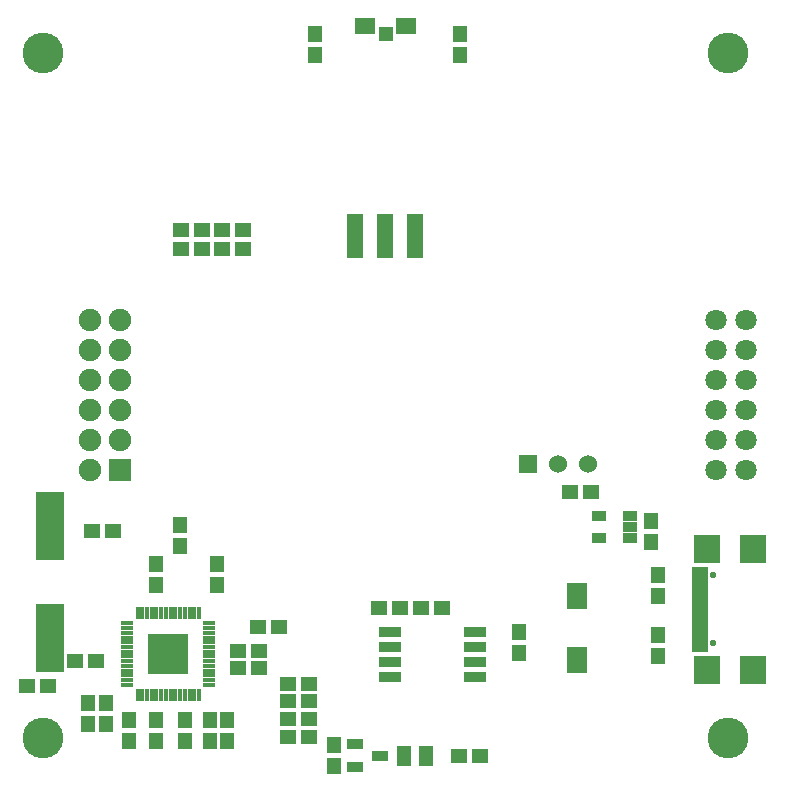
<source format=gbr>
G04 DesignSpark PCB PRO Gerber Version 10.0 Build 5299*
G04 #@! TF.Part,Single*
G04 #@! TF.FileFunction,Soldermask,Top*
G04 #@! TF.FilePolarity,Negative*
%FSLAX35Y35*%
%MOIN*%
G04 #@! TA.AperFunction,SMDPad,CuDef*
%ADD99R,0.01787X0.04346*%
%ADD105R,0.04740X0.07102*%
%ADD98R,0.04937X0.05291*%
%ADD106R,0.05331X0.14780*%
%ADD103R,0.06906X0.08874*%
%ADD110R,0.08874X0.09583*%
%ADD104R,0.09268X0.23047*%
%ADD97R,0.04543X0.04543*%
G04 #@! TA.AperFunction,ComponentPad*
%ADD112R,0.06020X0.06020*%
%ADD93R,0.07496X0.07496*%
G04 #@! TA.AperFunction,SMDPad,CuDef*
%ADD101R,0.13598X0.13598*%
G04 #@! TA.AperFunction,ComponentPad*
%ADD109C,0.02280*%
%ADD113C,0.06020*%
%ADD92C,0.07102*%
%ADD94C,0.07496*%
G04 #@! TA.AperFunction,SMDPad,CuDef*
%ADD100R,0.04346X0.01787*%
%ADD108R,0.05528X0.02181*%
%ADD111R,0.05134X0.03362*%
%ADD107R,0.05724X0.03559*%
%ADD102R,0.07496X0.03559*%
G04 #@! TA.AperFunction,WasherPad*
%ADD91C,0.13598*%
G04 #@! TA.AperFunction,SMDPad,CuDef*
%ADD95R,0.05291X0.04937*%
%ADD96R,0.06906X0.05331*%
G04 #@! TD.AperFunction*
X0Y0D02*
D02*
D91*
X35683Y24016D03*
Y252362D03*
X264030Y24016D03*
Y252362D03*
D02*
D92*
X259935Y113189D03*
Y123189D03*
Y133189D03*
Y143189D03*
Y153189D03*
Y163189D03*
X269935Y113189D03*
Y123189D03*
Y133189D03*
Y143189D03*
Y153189D03*
Y163189D03*
D02*
D93*
X61274Y113189D03*
D02*
D94*
X51274D03*
Y123189D03*
Y133189D03*
Y143189D03*
Y153189D03*
Y163189D03*
X61274Y123189D03*
Y133189D03*
Y143189D03*
Y153189D03*
Y163189D03*
D02*
D95*
X30215Y41339D03*
X37215D03*
X46356Y49606D03*
X51868Y92913D03*
X53356Y49606D03*
X58868Y92913D03*
X81789Y187008D03*
Y193307D03*
X88789Y187008D03*
Y193307D03*
X95175Y187008D03*
Y193307D03*
X100687Y47244D03*
Y53150D03*
X102175Y187008D03*
Y193307D03*
X107380Y61024D03*
X107687Y47244D03*
Y53150D03*
X114380Y61024D03*
X117222Y24409D03*
Y30315D03*
Y36220D03*
Y42126D03*
X124222Y24409D03*
Y30315D03*
Y36220D03*
Y42126D03*
X147537Y67323D03*
X154537D03*
X161711D03*
X168711D03*
X174309Y18110D03*
X181309D03*
X211317Y105906D03*
X218317D03*
D02*
D96*
X142967Y261220D03*
X156746D03*
D02*
D97*
X149856Y258661D03*
D02*
D98*
X50644Y28783D03*
Y35783D03*
X56549Y28783D03*
Y35783D03*
X64423Y22878D03*
Y29878D03*
X73478Y22878D03*
Y29878D03*
Y74846D03*
Y81846D03*
X81352Y87839D03*
Y94839D03*
X82927Y22878D03*
Y29878D03*
X91195Y22878D03*
Y29878D03*
X93557Y74846D03*
Y81846D03*
X97100Y22878D03*
Y29878D03*
X126234Y251618D03*
Y258618D03*
X132533Y14610D03*
Y21610D03*
X174659Y251618D03*
Y258618D03*
X194344Y52406D03*
Y59406D03*
X238439Y89217D03*
Y96217D03*
X240801Y51224D03*
Y58224D03*
Y71303D03*
Y78303D03*
D02*
D99*
X67179Y38386D03*
Y65551D03*
X68754Y38386D03*
Y65551D03*
X70329Y38386D03*
Y65551D03*
X71904Y38386D03*
Y65551D03*
X73478Y38386D03*
Y65551D03*
X75053Y38386D03*
Y65551D03*
X76628Y38386D03*
Y65551D03*
X78203Y38386D03*
Y65551D03*
X79778Y38386D03*
Y65551D03*
X81352Y38386D03*
Y65551D03*
X82927Y38386D03*
Y65551D03*
X84502Y38386D03*
Y65551D03*
X86077Y38386D03*
Y65551D03*
X87652Y38386D03*
Y65551D03*
D02*
D100*
X63833Y41732D03*
Y43307D03*
Y44882D03*
Y46457D03*
Y48031D03*
Y49606D03*
Y51181D03*
Y52756D03*
Y54331D03*
Y55906D03*
Y57480D03*
Y59055D03*
Y60630D03*
Y62205D03*
X90998Y41732D03*
Y43307D03*
Y44882D03*
Y46457D03*
Y48031D03*
Y49606D03*
Y51181D03*
Y52756D03*
Y54331D03*
Y55906D03*
Y57480D03*
Y59055D03*
Y60630D03*
Y62205D03*
D02*
D101*
X77415Y51969D03*
D02*
D102*
X151431Y44469D03*
Y49469D03*
Y54469D03*
Y59469D03*
X179778Y44469D03*
Y49469D03*
Y54469D03*
Y59469D03*
D02*
D103*
X213636Y50000D03*
Y71260D03*
D02*
D104*
X38045Y57283D03*
Y94685D03*
D02*
D105*
X155959Y18110D03*
X163439D03*
D02*
D106*
X139699Y191339D03*
X149699D03*
X159699D03*
D02*
D107*
X139817Y14331D03*
Y21890D03*
X148085Y18110D03*
D02*
D108*
X254667Y53740D03*
Y54921D03*
Y56890D03*
Y58071D03*
Y60039D03*
Y62008D03*
Y63976D03*
Y65945D03*
Y67913D03*
Y69882D03*
Y71850D03*
Y73819D03*
Y75787D03*
Y76969D03*
Y78937D03*
Y80118D03*
D02*
D109*
X258900Y55551D03*
Y78307D03*
D02*
D110*
X256931Y46811D03*
Y87047D03*
X272404Y46811D03*
Y87047D03*
D02*
D111*
X221116Y90551D03*
Y98031D03*
X231352Y90551D03*
Y94291D03*
Y98031D03*
D02*
D112*
X197494Y115354D03*
D02*
D113*
X207494D03*
X217494D03*
X0Y0D02*
M02*

</source>
